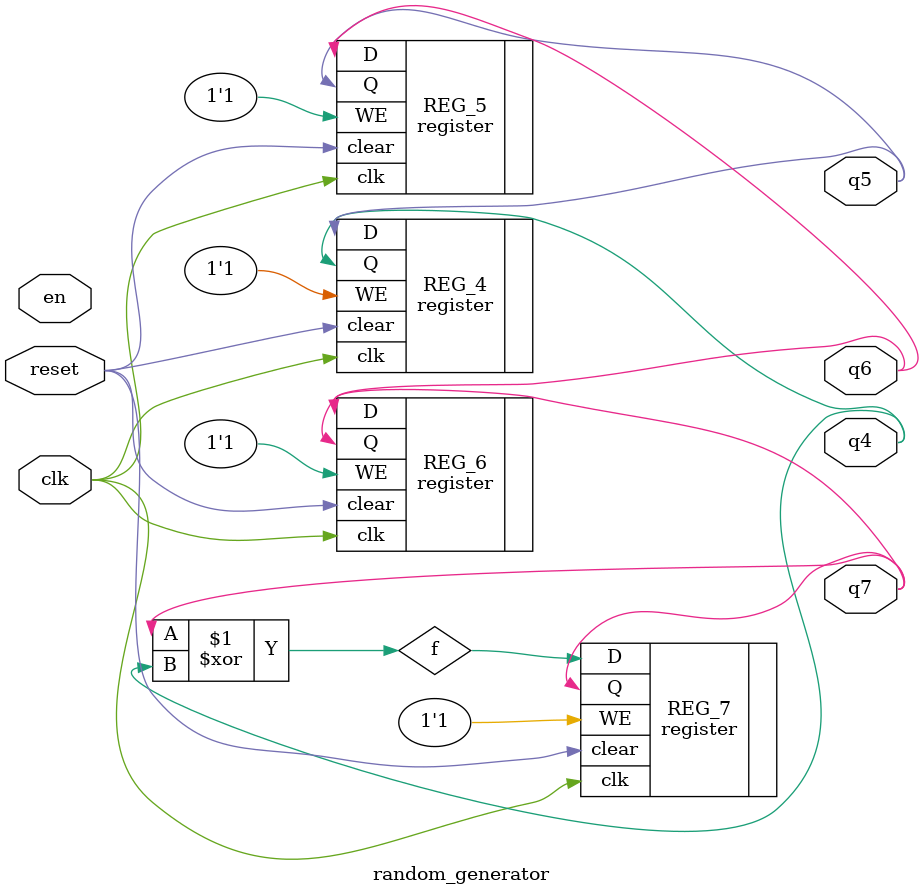
<source format=v>
module random_generator(q7, q6, q5, q4, clk, en, reset); //will vary bits 4 to 7 of output being 0000xxxx1111 - vary from 15 to 255

    input clk, en, reset;
    output q7, q6, q5, q4;

    wire f;

    xor XOR(f, q7, q4);
    register REG_7(.Q(q7), .D(f), .clk(clk), .WE(1'b1), .clear(reset));
    register REG_6(.Q(q6), .D(q7), .clk(clk), .WE(1'b1), .clear(reset));
    register REG_5(.Q(q5), .D(q6), .clk(clk), .WE(1'b1), .clear(reset));
    register REG_4(.Q(q4), .D(q5), .clk(clk), .WE(1'b1), .clear(reset));


endmodule
</source>
